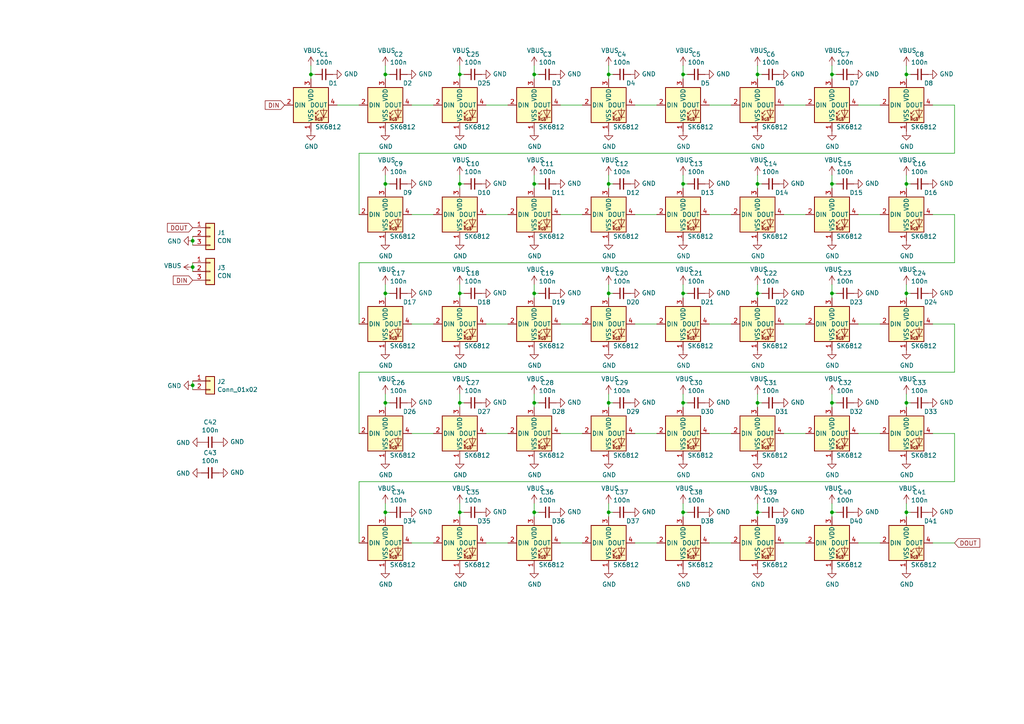
<source format=kicad_sch>
(kicad_sch (version 20211123) (generator eeschema)
  (paper "A4")
  (title_block (title "LÄMP Wall USB") (date "2023-03-02") (rev "v1.0.0") (company "Jana Marie Hemsing"))
  (junction (at 111.76 148.59))
  (junction (at 133.35 21.59))
  (junction (at 241.3 148.59))
  (junction (at 111.76 21.59))
  (junction (at 262.89 85.09))
  (junction (at 241.3 21.59))
  (junction (at 133.35 148.59))
  (junction (at 133.35 85.09))
  (junction (at 111.76 85.09))
  (junction (at 219.71 85.09))
  (junction (at 198.12 85.09))
  (junction (at 219.71 148.59))
  (junction (at 262.89 21.59))
  (junction (at 241.3 53.34))
  (junction (at 111.76 116.84))
  (junction (at 241.3 85.09))
  (junction (at 90.17 21.59))
  (junction (at 262.89 148.59))
  (junction (at 219.71 116.84))
  (junction (at 198.12 148.59))
  (junction (at 111.76 53.34))
  (junction (at 219.71 21.59))
  (junction (at 198.12 21.59))
  (junction (at 55.88 77.47))
  (junction (at 176.53 21.59))
  (junction (at 154.94 21.59))
  (junction (at 176.53 148.59))
  (junction (at 241.3 116.84))
  (junction (at 154.94 148.59))
  (junction (at 198.12 53.34))
  (junction (at 176.53 85.09))
  (junction (at 55.88 69.85))
  (junction (at 262.89 116.84))
  (junction (at 133.35 116.84))
  (junction (at 219.71 53.34))
  (junction (at 154.94 53.34))
  (junction (at 133.35 53.34))
  (junction (at 55.88 111.76))
  (junction (at 154.94 85.09))
  (junction (at 154.94 116.84))
  (junction (at 198.12 116.84))
  (junction (at 176.53 53.34))
  (junction (at 176.53 116.84))
  (junction (at 262.89 53.34))
  (wire (pts (xy 97.79 30.48) (xy 104.14 30.48)))
  (wire (pts (xy 276.86 44.45) (xy 104.14 44.45)))
  (wire (pts (xy 134.62 85.09) (xy 133.35 85.09)))
  (wire (pts (xy 156.21 148.59) (xy 154.94 148.59)))
  (wire (pts (xy 154.94 50.8) (xy 154.94 53.34)))
  (wire (pts (xy 111.76 21.59) (xy 111.76 22.86)))
  (wire (pts (xy 276.86 76.2) (xy 104.14 76.2)))
  (wire (pts (xy 133.35 146.05) (xy 133.35 148.59)))
  (wire (pts (xy 242.57 53.34) (xy 241.3 53.34)))
  (wire (pts (xy 242.57 148.59) (xy 241.3 148.59)))
  (wire (pts (xy 154.94 21.59) (xy 154.94 22.86)))
  (wire (pts (xy 133.35 21.59) (xy 133.35 22.86)))
  (wire (pts (xy 119.38 157.48) (xy 125.73 157.48)))
  (wire (pts (xy 199.39 85.09) (xy 198.12 85.09)))
  (wire (pts (xy 176.53 85.09) (xy 176.53 86.36)))
  (wire (pts (xy 276.86 93.98) (xy 276.86 107.95)))
  (wire (pts (xy 184.15 157.48) (xy 190.5 157.48)))
  (wire (pts (xy 111.76 19.05) (xy 111.76 21.59)))
  (wire (pts (xy 90.17 19.05) (xy 90.17 21.59)))
  (wire (pts (xy 104.14 76.2) (xy 104.14 93.98)))
  (wire (pts (xy 270.51 157.48) (xy 276.86 157.48)))
  (wire (pts (xy 219.71 114.3) (xy 219.71 116.84)))
  (wire (pts (xy 177.8 148.59) (xy 176.53 148.59)))
  (wire (pts (xy 276.86 125.73) (xy 276.86 139.7)))
  (wire (pts (xy 184.15 30.48) (xy 190.5 30.48)))
  (wire (pts (xy 162.56 93.98) (xy 168.91 93.98)))
  (wire (pts (xy 248.92 30.48) (xy 255.27 30.48)))
  (wire (pts (xy 262.89 148.59) (xy 262.89 149.86)))
  (wire (pts (xy 156.21 53.34) (xy 154.94 53.34)))
  (wire (pts (xy 198.12 53.34) (xy 198.12 54.61)))
  (wire (pts (xy 241.3 53.34) (xy 241.3 54.61)))
  (wire (pts (xy 55.88 77.47) (xy 55.88 78.74)))
  (wire (pts (xy 220.98 21.59) (xy 219.71 21.59)))
  (wire (pts (xy 264.16 85.09) (xy 262.89 85.09)))
  (wire (pts (xy 264.16 116.84) (xy 262.89 116.84)))
  (wire (pts (xy 154.94 19.05) (xy 154.94 21.59)))
  (wire (pts (xy 156.21 116.84) (xy 154.94 116.84)))
  (wire (pts (xy 198.12 146.05) (xy 198.12 148.59)))
  (wire (pts (xy 55.88 76.2) (xy 55.88 77.47)))
  (wire (pts (xy 198.12 50.8) (xy 198.12 53.34)))
  (wire (pts (xy 119.38 30.48) (xy 125.73 30.48)))
  (wire (pts (xy 176.53 53.34) (xy 176.53 54.61)))
  (wire (pts (xy 154.94 146.05) (xy 154.94 148.59)))
  (wire (pts (xy 177.8 116.84) (xy 176.53 116.84)))
  (wire (pts (xy 264.16 21.59) (xy 262.89 21.59)))
  (wire (pts (xy 177.8 53.34) (xy 176.53 53.34)))
  (wire (pts (xy 219.71 19.05) (xy 219.71 21.59)))
  (wire (pts (xy 241.3 82.55) (xy 241.3 85.09)))
  (wire (pts (xy 176.53 19.05) (xy 176.53 21.59)))
  (wire (pts (xy 276.86 139.7) (xy 104.14 139.7)))
  (wire (pts (xy 91.44 21.59) (xy 90.17 21.59)))
  (wire (pts (xy 140.97 93.98) (xy 147.32 93.98)))
  (wire (pts (xy 113.03 21.59) (xy 111.76 21.59)))
  (wire (pts (xy 162.56 157.48) (xy 168.91 157.48)))
  (wire (pts (xy 220.98 53.34) (xy 219.71 53.34)))
  (wire (pts (xy 134.62 116.84) (xy 133.35 116.84)))
  (wire (pts (xy 140.97 125.73) (xy 147.32 125.73)))
  (wire (pts (xy 55.88 68.58) (xy 55.88 69.85)))
  (wire (pts (xy 227.33 93.98) (xy 233.68 93.98)))
  (wire (pts (xy 104.14 44.45) (xy 104.14 62.23)))
  (wire (pts (xy 205.74 93.98) (xy 212.09 93.98)))
  (wire (pts (xy 276.86 107.95) (xy 104.14 107.95)))
  (wire (pts (xy 134.62 148.59) (xy 133.35 148.59)))
  (wire (pts (xy 198.12 21.59) (xy 198.12 22.86)))
  (wire (pts (xy 248.92 62.23) (xy 255.27 62.23)))
  (wire (pts (xy 176.53 114.3) (xy 176.53 116.84)))
  (wire (pts (xy 162.56 125.73) (xy 168.91 125.73)))
  (wire (pts (xy 241.3 19.05) (xy 241.3 21.59)))
  (wire (pts (xy 227.33 30.48) (xy 233.68 30.48)))
  (wire (pts (xy 133.35 53.34) (xy 133.35 54.61)))
  (wire (pts (xy 162.56 62.23) (xy 168.91 62.23)))
  (wire (pts (xy 154.94 85.09) (xy 154.94 86.36)))
  (wire (pts (xy 270.51 62.23) (xy 276.86 62.23)))
  (wire (pts (xy 154.94 53.34) (xy 154.94 54.61)))
  (wire (pts (xy 264.16 53.34) (xy 262.89 53.34)))
  (wire (pts (xy 219.71 146.05) (xy 219.71 148.59)))
  (wire (pts (xy 140.97 62.23) (xy 147.32 62.23)))
  (wire (pts (xy 154.94 114.3) (xy 154.94 116.84)))
  (wire (pts (xy 133.35 82.55) (xy 133.35 85.09)))
  (wire (pts (xy 111.76 50.8) (xy 111.76 53.34)))
  (wire (pts (xy 262.89 116.84) (xy 262.89 118.11)))
  (wire (pts (xy 199.39 148.59) (xy 198.12 148.59)))
  (wire (pts (xy 227.33 157.48) (xy 233.68 157.48)))
  (wire (pts (xy 227.33 125.73) (xy 233.68 125.73)))
  (wire (pts (xy 276.86 44.45) (xy 276.86 30.48)))
  (wire (pts (xy 198.12 82.55) (xy 198.12 85.09)))
  (wire (pts (xy 184.15 125.73) (xy 190.5 125.73)))
  (wire (pts (xy 198.12 116.84) (xy 198.12 118.11)))
  (wire (pts (xy 241.3 116.84) (xy 241.3 118.11)))
  (wire (pts (xy 262.89 21.59) (xy 262.89 22.86)))
  (wire (pts (xy 176.53 50.8) (xy 176.53 53.34)))
  (wire (pts (xy 184.15 62.23) (xy 190.5 62.23)))
  (wire (pts (xy 219.71 50.8) (xy 219.71 53.34)))
  (wire (pts (xy 119.38 125.73) (xy 125.73 125.73)))
  (wire (pts (xy 133.35 114.3) (xy 133.35 116.84)))
  (wire (pts (xy 119.38 93.98) (xy 125.73 93.98)))
  (wire (pts (xy 219.71 53.34) (xy 219.71 54.61)))
  (wire (pts (xy 241.3 114.3) (xy 241.3 116.84)))
  (wire (pts (xy 176.53 82.55) (xy 176.53 85.09)))
  (wire (pts (xy 199.39 53.34) (xy 198.12 53.34)))
  (wire (pts (xy 111.76 116.84) (xy 111.76 118.11)))
  (wire (pts (xy 262.89 146.05) (xy 262.89 148.59)))
  (wire (pts (xy 55.88 69.85) (xy 55.88 71.12)))
  (wire (pts (xy 270.51 93.98) (xy 276.86 93.98)))
  (wire (pts (xy 241.3 146.05) (xy 241.3 148.59)))
  (wire (pts (xy 111.76 148.59) (xy 111.76 149.86)))
  (wire (pts (xy 90.17 21.59) (xy 90.17 22.86)))
  (wire (pts (xy 184.15 93.98) (xy 190.5 93.98)))
  (wire (pts (xy 162.56 30.48) (xy 168.91 30.48)))
  (wire (pts (xy 270.51 125.73) (xy 276.86 125.73)))
  (wire (pts (xy 176.53 148.59) (xy 176.53 149.86)))
  (wire (pts (xy 119.38 62.23) (xy 125.73 62.23)))
  (wire (pts (xy 262.89 114.3) (xy 262.89 116.84)))
  (wire (pts (xy 134.62 21.59) (xy 133.35 21.59)))
  (wire (pts (xy 104.14 139.7) (xy 104.14 157.48)))
  (wire (pts (xy 276.86 62.23) (xy 276.86 76.2)))
  (wire (pts (xy 140.97 157.48) (xy 147.32 157.48)))
  (wire (pts (xy 55.88 110.49) (xy 55.88 111.76)))
  (wire (pts (xy 220.98 85.09) (xy 219.71 85.09)))
  (wire (pts (xy 111.76 85.09) (xy 111.76 86.36)))
  (wire (pts (xy 262.89 85.09) (xy 262.89 86.36)))
  (wire (pts (xy 176.53 116.84) (xy 176.53 118.11)))
  (wire (pts (xy 205.74 62.23) (xy 212.09 62.23)))
  (wire (pts (xy 241.3 85.09) (xy 241.3 86.36)))
  (wire (pts (xy 113.03 85.09) (xy 111.76 85.09)))
  (wire (pts (xy 241.3 50.8) (xy 241.3 53.34)))
  (wire (pts (xy 111.76 53.34) (xy 111.76 54.61)))
  (wire (pts (xy 262.89 19.05) (xy 262.89 21.59)))
  (wire (pts (xy 205.74 157.48) (xy 212.09 157.48)))
  (wire (pts (xy 140.97 30.48) (xy 147.32 30.48)))
  (wire (pts (xy 248.92 125.73) (xy 255.27 125.73)))
  (wire (pts (xy 113.03 116.84) (xy 111.76 116.84)))
  (wire (pts (xy 242.57 85.09) (xy 241.3 85.09)))
  (wire (pts (xy 264.16 148.59) (xy 262.89 148.59)))
  (wire (pts (xy 241.3 148.59) (xy 241.3 149.86)))
  (wire (pts (xy 227.33 62.23) (xy 233.68 62.23)))
  (wire (pts (xy 242.57 21.59) (xy 241.3 21.59)))
  (wire (pts (xy 220.98 116.84) (xy 219.71 116.84)))
  (wire (pts (xy 177.8 85.09) (xy 176.53 85.09)))
  (wire (pts (xy 219.71 85.09) (xy 219.71 86.36)))
  (wire (pts (xy 262.89 82.55) (xy 262.89 85.09)))
  (wire (pts (xy 111.76 146.05) (xy 111.76 148.59)))
  (wire (pts (xy 199.39 116.84) (xy 198.12 116.84)))
  (wire (pts (xy 111.76 82.55) (xy 111.76 85.09)))
  (wire (pts (xy 270.51 30.48) (xy 276.86 30.48)))
  (wire (pts (xy 219.71 82.55) (xy 219.71 85.09)))
  (wire (pts (xy 198.12 85.09) (xy 198.12 86.36)))
  (wire (pts (xy 133.35 148.59) (xy 133.35 149.86)))
  (wire (pts (xy 133.35 85.09) (xy 133.35 86.36)))
  (wire (pts (xy 219.71 148.59) (xy 219.71 149.86)))
  (wire (pts (xy 133.35 19.05) (xy 133.35 21.59)))
  (wire (pts (xy 156.21 21.59) (xy 154.94 21.59)))
  (wire (pts (xy 205.74 125.73) (xy 212.09 125.73)))
  (wire (pts (xy 113.03 53.34) (xy 111.76 53.34)))
  (wire (pts (xy 198.12 148.59) (xy 198.12 149.86)))
  (wire (pts (xy 176.53 21.59) (xy 176.53 22.86)))
  (wire (pts (xy 220.98 148.59) (xy 219.71 148.59)))
  (wire (pts (xy 262.89 53.34) (xy 262.89 54.61)))
  (wire (pts (xy 262.89 50.8) (xy 262.89 53.34)))
  (wire (pts (xy 156.21 85.09) (xy 154.94 85.09)))
  (wire (pts (xy 133.35 50.8) (xy 133.35 53.34)))
  (wire (pts (xy 154.94 148.59) (xy 154.94 149.86)))
  (wire (pts (xy 176.53 146.05) (xy 176.53 148.59)))
  (wire (pts (xy 177.8 21.59) (xy 176.53 21.59)))
  (wire (pts (xy 219.71 21.59) (xy 219.71 22.86)))
  (wire (pts (xy 248.92 157.48) (xy 255.27 157.48)))
  (wire (pts (xy 104.14 107.95) (xy 104.14 125.73)))
  (wire (pts (xy 199.39 21.59) (xy 198.12 21.59)))
  (wire (pts (xy 133.35 116.84) (xy 133.35 118.11)))
  (wire (pts (xy 248.92 93.98) (xy 255.27 93.98)))
  (wire (pts (xy 113.03 148.59) (xy 111.76 148.59)))
  (wire (pts (xy 241.3 21.59) (xy 241.3 22.86)))
  (wire (pts (xy 198.12 114.3) (xy 198.12 116.84)))
  (wire (pts (xy 134.62 53.34) (xy 133.35 53.34)))
  (wire (pts (xy 242.57 116.84) (xy 241.3 116.84)))
  (wire (pts (xy 55.88 111.76) (xy 55.88 113.03)))
  (wire (pts (xy 198.12 19.05) (xy 198.12 21.59)))
  (wire (pts (xy 219.71 116.84) (xy 219.71 118.11)))
  (wire (pts (xy 111.76 114.3) (xy 111.76 116.84)))
  (wire (pts (xy 154.94 82.55) (xy 154.94 85.09)))
  (wire (pts (xy 154.94 116.84) (xy 154.94 118.11)))
  (wire (pts (xy 205.74 30.48) (xy 212.09 30.48)))
  (global_label "DOUT" (shape input) (at 276.86 157.48 0) (property "Intersheet References" "${INTERSHEET_REFS}" (effects hide)))
  (global_label "DIN" (shape input) (at 55.88 81.28 180) (property "Intersheet References" "${INTERSHEET_REFS}" (effects hide)))
  (global_label "DIN" (shape input) (at 82.55 30.48 180) (property "Intersheet References" "${INTERSHEET_REFS}" (effects hide)))
  (global_label "DOUT" (shape input) (at 55.88 66.04 180) (property "Intersheet References" "${INTERSHEET_REFS}" (effects hide)))
  (symbol (lib_id "LED:SK6812") (at 90.17 30.48 0) (unit 1)
    (property "Reference" "D1" (at 95.25 24.13 0) (effects (justify left)))
    (property "Value" "SK6812" (at 91.44 36.83 0) (effects (justify left)))
    (property "Footprint" "LED_SMD:LED_SK6812_PLCC4_5.0x5.0mm_P3.2mm" (effects hide))
    (property "Datasheet" "https://cdn-shop.adafruit.com/product-files/1138/SK6812+LED+datasheet+.pdf" (effects hide))
  )
  (symbol (lib_id "Device:C_Small") (at 93.98 21.59 90) (unit 1)
    (property "Reference" "C1" (at 93.98 15.7734 90))
    (property "Value" "100n" (at 93.98 18.0848 90))
    (property "Footprint" "otter:C_0402" (effects hide))
  )
  (symbol (lib_id "power:VBUS") (at 90.17 19.05 0) (unit 1)
    (property "Reference" "#PWR01" (effects hide))
    (property "Value" "VBUS" (at 90.551 14.6558 0))
  )
  (symbol (lib_id "otter:GND") (at 96.52 21.59 90) (unit 1)
    (property "Reference" "#PWR09" (effects hide))
    (property "Value" "GND" (at 99.7712 21.463 90) (effects (justify right)))
  )
  (symbol (lib_id "otter:GND") (at 90.17 38.1 0) (unit 1)
    (property "Reference" "#PWR017" (effects hide))
    (property "Value" "GND" (at 90.297 42.4942 0))
  )
  (symbol (lib_id "LED:SK6812") (at 111.76 30.48 0) (unit 1)
    (property "Reference" "D2" (at 116.84 24.13 0) (effects (justify left)))
    (property "Value" "SK6812" (at 113.03 36.83 0) (effects (justify left)))
    (property "Footprint" "LED_SMD:LED_SK6812_PLCC4_5.0x5.0mm_P3.2mm" (effects hide))
    (property "Datasheet" "https://cdn-shop.adafruit.com/product-files/1138/SK6812+LED+datasheet+.pdf" (effects hide))
  )
  (symbol (lib_id "Device:C_Small") (at 115.57 21.59 90) (unit 1)
    (property "Reference" "C2" (at 115.57 15.7734 90))
    (property "Value" "100n" (at 115.57 18.0848 90))
    (property "Footprint" "otter:C_0402" (effects hide))
  )
  (symbol (lib_id "power:VBUS") (at 111.76 19.05 0) (unit 1)
    (property "Reference" "#PWR02" (effects hide))
    (property "Value" "VBUS" (at 112.141 14.6558 0))
  )
  (symbol (lib_id "otter:GND") (at 118.11 21.59 90) (unit 1)
    (property "Reference" "#PWR010" (effects hide))
    (property "Value" "GND" (at 121.3612 21.463 90) (effects (justify right)))
  )
  (symbol (lib_id "otter:GND") (at 111.76 38.1 0) (unit 1)
    (property "Reference" "#PWR018" (effects hide))
    (property "Value" "GND" (at 111.887 42.4942 0))
  )
  (symbol (lib_id "LED:SK6812") (at 154.94 30.48 0) (unit 1)
    (property "Reference" "D3" (at 160.02 24.13 0) (effects (justify left)))
    (property "Value" "SK6812" (at 156.21 36.83 0) (effects (justify left)))
    (property "Footprint" "LED_SMD:LED_SK6812_PLCC4_5.0x5.0mm_P3.2mm" (effects hide))
    (property "Datasheet" "https://cdn-shop.adafruit.com/product-files/1138/SK6812+LED+datasheet+.pdf" (effects hide))
  )
  (symbol (lib_id "Device:C_Small") (at 158.75 21.59 90) (unit 1)
    (property "Reference" "C3" (at 158.75 15.7734 90))
    (property "Value" "100n" (at 158.75 18.0848 90))
    (property "Footprint" "otter:C_0402" (effects hide))
  )
  (symbol (lib_id "power:VBUS") (at 154.94 19.05 0) (unit 1)
    (property "Reference" "#PWR03" (effects hide))
    (property "Value" "VBUS" (at 155.321 14.6558 0))
  )
  (symbol (lib_id "otter:GND") (at 161.29 21.59 90) (unit 1)
    (property "Reference" "#PWR011" (effects hide))
    (property "Value" "GND" (at 164.5412 21.463 90) (effects (justify right)))
  )
  (symbol (lib_id "otter:GND") (at 154.94 38.1 0) (unit 1)
    (property "Reference" "#PWR019" (effects hide))
    (property "Value" "GND" (at 155.067 42.4942 0))
  )
  (symbol (lib_id "LED:SK6812") (at 176.53 30.48 0) (unit 1)
    (property "Reference" "D4" (at 181.61 24.13 0) (effects (justify left)))
    (property "Value" "SK6812" (at 177.8 36.83 0) (effects (justify left)))
    (property "Footprint" "LED_SMD:LED_SK6812_PLCC4_5.0x5.0mm_P3.2mm" (effects hide))
    (property "Datasheet" "https://cdn-shop.adafruit.com/product-files/1138/SK6812+LED+datasheet+.pdf" (effects hide))
  )
  (symbol (lib_id "Device:C_Small") (at 180.34 21.59 90) (unit 1)
    (property "Reference" "C4" (at 180.34 15.7734 90))
    (property "Value" "100n" (at 180.34 18.0848 90))
    (property "Footprint" "otter:C_0402" (effects hide))
  )
  (symbol (lib_id "power:VBUS") (at 176.53 19.05 0) (unit 1)
    (property "Reference" "#PWR04" (effects hide))
    (property "Value" "VBUS" (at 176.911 14.6558 0))
  )
  (symbol (lib_id "otter:GND") (at 182.88 21.59 90) (unit 1)
    (property "Reference" "#PWR012" (effects hide))
    (property "Value" "GND" (at 186.1312 21.463 90) (effects (justify right)))
  )
  (symbol (lib_id "otter:GND") (at 176.53 38.1 0) (unit 1)
    (property "Reference" "#PWR020" (effects hide))
    (property "Value" "GND" (at 176.657 42.4942 0))
  )
  (symbol (lib_id "LED:SK6812") (at 198.12 30.48 0) (unit 1)
    (property "Reference" "D5" (at 203.2 24.13 0) (effects (justify left)))
    (property "Value" "SK6812" (at 199.39 36.83 0) (effects (justify left)))
    (property "Footprint" "LED_SMD:LED_SK6812_PLCC4_5.0x5.0mm_P3.2mm" (effects hide))
    (property "Datasheet" "https://cdn-shop.adafruit.com/product-files/1138/SK6812+LED+datasheet+.pdf" (effects hide))
  )
  (symbol (lib_id "Device:C_Small") (at 201.93 21.59 90) (unit 1)
    (property "Reference" "C5" (at 201.93 15.7734 90))
    (property "Value" "100n" (at 201.93 18.0848 90))
    (property "Footprint" "otter:C_0402" (effects hide))
  )
  (symbol (lib_id "power:VBUS") (at 198.12 19.05 0) (unit 1)
    (property "Reference" "#PWR05" (effects hide))
    (property "Value" "VBUS" (at 198.501 14.6558 0))
  )
  (symbol (lib_id "otter:GND") (at 204.47 21.59 90) (unit 1)
    (property "Reference" "#PWR013" (effects hide))
    (property "Value" "GND" (at 207.7212 21.463 90) (effects (justify right)))
  )
  (symbol (lib_id "otter:GND") (at 198.12 38.1 0) (unit 1)
    (property "Reference" "#PWR021" (effects hide))
    (property "Value" "GND" (at 198.247 42.4942 0))
  )
  (symbol (lib_id "LED:SK6812") (at 219.71 30.48 0) (unit 1)
    (property "Reference" "D6" (at 224.79 24.13 0) (effects (justify left)))
    (property "Value" "SK6812" (at 220.98 36.83 0) (effects (justify left)))
    (property "Footprint" "LED_SMD:LED_SK6812_PLCC4_5.0x5.0mm_P3.2mm" (effects hide))
    (property "Datasheet" "https://cdn-shop.adafruit.com/product-files/1138/SK6812+LED+datasheet+.pdf" (effects hide))
  )
  (symbol (lib_id "Device:C_Small") (at 223.52 21.59 90) (unit 1)
    (property "Reference" "C6" (at 223.52 15.7734 90))
    (property "Value" "100n" (at 223.52 18.0848 90))
    (property "Footprint" "otter:C_0402" (effects hide))
  )
  (symbol (lib_id "power:VBUS") (at 219.71 19.05 0) (unit 1)
    (property "Reference" "#PWR06" (effects hide))
    (property "Value" "VBUS" (at 220.091 14.6558 0))
  )
  (symbol (lib_id "otter:GND") (at 226.06 21.59 90) (unit 1)
    (property "Reference" "#PWR014" (effects hide))
    (property "Value" "GND" (at 229.3112 21.463 90) (effects (justify right)))
  )
  (symbol (lib_id "otter:GND") (at 219.71 38.1 0) (unit 1)
    (property "Reference" "#PWR022" (effects hide))
    (property "Value" "GND" (at 219.837 42.4942 0))
  )
  (symbol (lib_id "LED:SK6812") (at 241.3 30.48 0) (unit 1)
    (property "Reference" "D7" (at 246.38 24.13 0) (effects (justify left)))
    (property "Value" "SK6812" (at 242.57 36.83 0) (effects (justify left)))
    (property "Footprint" "LED_SMD:LED_SK6812_PLCC4_5.0x5.0mm_P3.2mm" (effects hide))
    (property "Datasheet" "https://cdn-shop.adafruit.com/product-files/1138/SK6812+LED+datasheet+.pdf" (effects hide))
  )
  (symbol (lib_id "Device:C_Small") (at 245.11 21.59 90) (unit 1)
    (property "Reference" "C7" (at 245.11 15.7734 90))
    (property "Value" "100n" (at 245.11 18.0848 90))
    (property "Footprint" "otter:C_0402" (effects hide))
  )
  (symbol (lib_id "power:VBUS") (at 241.3 19.05 0) (unit 1)
    (property "Reference" "#PWR07" (effects hide))
    (property "Value" "VBUS" (at 241.681 14.6558 0))
  )
  (symbol (lib_id "otter:GND") (at 247.65 21.59 90) (unit 1)
    (property "Reference" "#PWR015" (effects hide))
    (property "Value" "GND" (at 250.9012 21.463 90) (effects (justify right)))
  )
  (symbol (lib_id "otter:GND") (at 241.3 38.1 0) (unit 1)
    (property "Reference" "#PWR023" (effects hide))
    (property "Value" "GND" (at 241.427 42.4942 0))
  )
  (symbol (lib_id "LED:SK6812") (at 262.89 30.48 0) (unit 1)
    (property "Reference" "D8" (at 267.97 24.13 0) (effects (justify left)))
    (property "Value" "SK6812" (at 264.16 36.83 0) (effects (justify left)))
    (property "Footprint" "LED_SMD:LED_SK6812_PLCC4_5.0x5.0mm_P3.2mm" (effects hide))
    (property "Datasheet" "https://cdn-shop.adafruit.com/product-files/1138/SK6812+LED+datasheet+.pdf" (effects hide))
  )
  (symbol (lib_id "Device:C_Small") (at 266.7 21.59 90) (unit 1)
    (property "Reference" "C8" (at 266.7 15.7734 90))
    (property "Value" "100n" (at 266.7 18.0848 90))
    (property "Footprint" "otter:C_0402" (effects hide))
  )
  (symbol (lib_id "power:VBUS") (at 262.89 19.05 0) (unit 1)
    (property "Reference" "#PWR08" (effects hide))
    (property "Value" "VBUS" (at 263.271 14.6558 0))
  )
  (symbol (lib_id "otter:GND") (at 269.24 21.59 90) (unit 1)
    (property "Reference" "#PWR016" (effects hide))
    (property "Value" "GND" (at 272.4912 21.463 90) (effects (justify right)))
  )
  (symbol (lib_id "otter:GND") (at 262.89 38.1 0) (unit 1)
    (property "Reference" "#PWR024" (effects hide))
    (property "Value" "GND" (at 263.017 42.4942 0))
  )
  (symbol (lib_id "Connector_Generic:Conn_01x03") (at 60.96 78.74 0) (unit 1)
    (property "Reference" "J3" (at 62.992 77.6732 0) (effects (justify left)))
    (property "Value" "CON" (at 62.992 79.9846 0) (effects (justify left)))
    (property "Footprint" "otter:conn_01x03_smd_2mm" (effects hide))
  )
  (symbol (lib_id "Connector_Generic:Conn_01x03") (at 60.96 68.58 0) (unit 1)
    (property "Reference" "J1" (at 62.992 67.5132 0) (effects (justify left)))
    (property "Value" "CON" (at 62.992 69.8246 0) (effects (justify left)))
    (property "Footprint" "otter:conn_01x03_smd_2mm" (effects hide))
  )
  (symbol (lib_id "LED:SK6812") (at 111.76 62.23 0) (unit 1)
    (property "Reference" "D9" (at 116.84 55.88 0) (effects (justify left)))
    (property "Value" "SK6812" (at 113.03 68.58 0) (effects (justify left)))
    (property "Footprint" "LED_SMD:LED_SK6812_PLCC4_5.0x5.0mm_P3.2mm" (effects hide))
    (property "Datasheet" "https://cdn-shop.adafruit.com/product-files/1138/SK6812+LED+datasheet+.pdf" (effects hide))
  )
  (symbol (lib_id "Device:C_Small") (at 115.57 53.34 90) (unit 1)
    (property "Reference" "C9" (at 115.57 47.5234 90))
    (property "Value" "100n" (at 115.57 49.8348 90))
    (property "Footprint" "otter:C_0402" (effects hide))
  )
  (symbol (lib_id "power:VBUS") (at 111.76 50.8 0) (unit 1)
    (property "Reference" "#PWR025" (effects hide))
    (property "Value" "VBUS" (at 112.141 46.4058 0))
  )
  (symbol (lib_id "otter:GND") (at 118.11 53.34 90) (unit 1)
    (property "Reference" "#PWR033" (effects hide))
    (property "Value" "GND" (at 121.3612 53.213 90) (effects (justify right)))
  )
  (symbol (lib_id "otter:GND") (at 111.76 69.85 0) (unit 1)
    (property "Reference" "#PWR041" (effects hide))
    (property "Value" "GND" (at 111.887 74.2442 0))
  )
  (symbol (lib_id "LED:SK6812") (at 133.35 62.23 0) (unit 1)
    (property "Reference" "D10" (at 138.43 55.88 0) (effects (justify left)))
    (property "Value" "SK6812" (at 134.62 68.58 0) (effects (justify left)))
    (property "Footprint" "LED_SMD:LED_SK6812_PLCC4_5.0x5.0mm_P3.2mm" (effects hide))
    (property "Datasheet" "https://cdn-shop.adafruit.com/product-files/1138/SK6812+LED+datasheet+.pdf" (effects hide))
  )
  (symbol (lib_id "Device:C_Small") (at 137.16 53.34 90) (unit 1)
    (property "Reference" "C10" (at 137.16 47.5234 90))
    (property "Value" "100n" (at 137.16 49.8348 90))
    (property "Footprint" "otter:C_0402" (effects hide))
  )
  (symbol (lib_id "power:VBUS") (at 133.35 50.8 0) (unit 1)
    (property "Reference" "#PWR026" (effects hide))
    (property "Value" "VBUS" (at 133.731 46.4058 0))
  )
  (symbol (lib_id "otter:GND") (at 139.7 53.34 90) (unit 1)
    (property "Reference" "#PWR034" (effects hide))
    (property "Value" "GND" (at 142.9512 53.213 90) (effects (justify right)))
  )
  (symbol (lib_id "otter:GND") (at 133.35 69.85 0) (unit 1)
    (property "Reference" "#PWR042" (effects hide))
    (property "Value" "GND" (at 133.477 74.2442 0))
  )
  (symbol (lib_id "LED:SK6812") (at 154.94 62.23 0) (unit 1)
    (property "Reference" "D11" (at 160.02 55.88 0) (effects (justify left)))
    (property "Value" "SK6812" (at 156.21 68.58 0) (effects (justify left)))
    (property "Footprint" "LED_SMD:LED_SK6812_PLCC4_5.0x5.0mm_P3.2mm" (effects hide))
    (property "Datasheet" "https://cdn-shop.adafruit.com/product-files/1138/SK6812+LED+datasheet+.pdf" (effects hide))
  )
  (symbol (lib_id "Device:C_Small") (at 158.75 53.34 90) (unit 1)
    (property "Reference" "C11" (at 158.75 47.5234 90))
    (property "Value" "100n" (at 158.75 49.8348 90))
    (property "Footprint" "otter:C_0402" (effects hide))
  )
  (symbol (lib_id "power:VBUS") (at 154.94 50.8 0) (unit 1)
    (property "Reference" "#PWR027" (effects hide))
    (property "Value" "VBUS" (at 155.321 46.4058 0))
  )
  (symbol (lib_id "otter:GND") (at 161.29 53.34 90) (unit 1)
    (property "Reference" "#PWR035" (effects hide))
    (property "Value" "GND" (at 164.5412 53.213 90) (effects (justify right)))
  )
  (symbol (lib_id "otter:GND") (at 154.94 69.85 0) (unit 1)
    (property "Reference" "#PWR043" (effects hide))
    (property "Value" "GND" (at 155.067 74.2442 0))
  )
  (symbol (lib_id "LED:SK6812") (at 176.53 62.23 0) (unit 1)
    (property "Reference" "D12" (at 181.61 55.88 0) (effects (justify left)))
    (property "Value" "SK6812" (at 177.8 68.58 0) (effects (justify left)))
    (property "Footprint" "LED_SMD:LED_SK6812_PLCC4_5.0x5.0mm_P3.2mm" (effects hide))
    (property "Datasheet" "https://cdn-shop.adafruit.com/product-files/1138/SK6812+LED+datasheet+.pdf" (effects hide))
  )
  (symbol (lib_id "Device:C_Small") (at 180.34 53.34 90) (unit 1)
    (property "Reference" "C12" (at 180.34 47.5234 90))
    (property "Value" "100n" (at 180.34 49.8348 90))
    (property "Footprint" "otter:C_0402" (effects hide))
  )
  (symbol (lib_id "power:VBUS") (at 176.53 50.8 0) (unit 1)
    (property "Reference" "#PWR028" (effects hide))
    (property "Value" "VBUS" (at 176.911 46.4058 0))
  )
  (symbol (lib_id "otter:GND") (at 182.88 53.34 90) (unit 1)
    (property "Reference" "#PWR036" (effects hide))
    (property "Value" "GND" (at 186.1312 53.213 90) (effects (justify right)))
  )
  (symbol (lib_id "otter:GND") (at 176.53 69.85 0) (unit 1)
    (property "Reference" "#PWR044" (effects hide))
    (property "Value" "GND" (at 176.657 74.2442 0))
  )
  (symbol (lib_id "LED:SK6812") (at 198.12 62.23 0) (unit 1)
    (property "Reference" "D13" (at 203.2 55.88 0) (effects (justify left)))
    (property "Value" "SK6812" (at 199.39 68.58 0) (effects (justify left)))
    (property "Footprint" "LED_SMD:LED_SK6812_PLCC4_5.0x5.0mm_P3.2mm" (effects hide))
    (property "Datasheet" "https://cdn-shop.adafruit.com/product-files/1138/SK6812+LED+datasheet+.pdf" (effects hide))
  )
  (symbol (lib_id "Device:C_Small") (at 201.93 53.34 90) (unit 1)
    (property "Reference" "C13" (at 201.93 47.5234 90))
    (property "Value" "100n" (at 201.93 49.8348 90))
    (property "Footprint" "otter:C_0402" (effects hide))
  )
  (symbol (lib_id "power:VBUS") (at 198.12 50.8 0) (unit 1)
    (property "Reference" "#PWR029" (effects hide))
    (property "Value" "VBUS" (at 198.501 46.4058 0))
  )
  (symbol (lib_id "otter:GND") (at 204.47 53.34 90) (unit 1)
    (property "Reference" "#PWR037" (effects hide))
    (property "Value" "GND" (at 207.7212 53.213 90) (effects (justify right)))
  )
  (symbol (lib_id "otter:GND") (at 198.12 69.85 0) (unit 1)
    (property "Reference" "#PWR045" (effects hide))
    (property "Value" "GND" (at 198.247 74.2442 0))
  )
  (symbol (lib_id "LED:SK6812") (at 219.71 62.23 0) (unit 1)
    (property "Reference" "D14" (at 224.79 55.88 0) (effects (justify left)))
    (property "Value" "SK6812" (at 220.98 68.58 0) (effects (justify left)))
    (property "Footprint" "LED_SMD:LED_SK6812_PLCC4_5.0x5.0mm_P3.2mm" (effects hide))
    (property "Datasheet" "https://cdn-shop.adafruit.com/product-files/1138/SK6812+LED+datasheet+.pdf" (effects hide))
  )
  (symbol (lib_id "Device:C_Small") (at 223.52 53.34 90) (unit 1)
    (property "Reference" "C14" (at 223.52 47.5234 90))
    (property "Value" "100n" (at 223.52 49.8348 90))
    (property "Footprint" "otter:C_0402" (effects hide))
  )
  (symbol (lib_id "power:VBUS") (at 219.71 50.8 0) (unit 1)
    (property "Reference" "#PWR030" (effects hide))
    (property "Value" "VBUS" (at 220.091 46.4058 0))
  )
  (symbol (lib_id "otter:GND") (at 226.06 53.34 90) (unit 1)
    (property "Reference" "#PWR038" (effects hide))
    (property "Value" "GND" (at 229.3112 53.213 90) (effects (justify right)))
  )
  (symbol (lib_id "otter:GND") (at 219.71 69.85 0) (unit 1)
    (property "Reference" "#PWR046" (effects hide))
    (property "Value" "GND" (at 219.837 74.2442 0))
  )
  (symbol (lib_id "LED:SK6812") (at 241.3 62.23 0) (unit 1)
    (property "Reference" "D15" (at 246.38 55.88 0) (effects (justify left)))
    (property "Value" "SK6812" (at 242.57 68.58 0) (effects (justify left)))
    (property "Footprint" "LED_SMD:LED_SK6812_PLCC4_5.0x5.0mm_P3.2mm" (effects hide))
    (property "Datasheet" "https://cdn-shop.adafruit.com/product-files/1138/SK6812+LED+datasheet+.pdf" (effects hide))
  )
  (symbol (lib_id "Device:C_Small") (at 245.11 53.34 90) (unit 1)
    (property "Reference" "C15" (at 245.11 47.5234 90))
    (property "Value" "100n" (at 245.11 49.8348 90))
    (property "Footprint" "otter:C_0402" (effects hide))
  )
  (symbol (lib_id "power:VBUS") (at 241.3 50.8 0) (unit 1)
    (property "Reference" "#PWR031" (effects hide))
    (property "Value" "VBUS" (at 241.681 46.4058 0))
  )
  (symbol (lib_id "otter:GND") (at 247.65 53.34 90) (unit 1)
    (property "Reference" "#PWR039" (effects hide))
    (property "Value" "GND" (at 250.9012 53.213 90) (effects (justify right)))
  )
  (symbol (lib_id "otter:GND") (at 241.3 69.85 0) (unit 1)
    (property "Reference" "#PWR047" (effects hide))
    (property "Value" "GND" (at 241.427 74.2442 0))
  )
  (symbol (lib_id "LED:SK6812") (at 262.89 62.23 0) (unit 1)
    (property "Reference" "D16" (at 267.97 55.88 0) (effects (justify left)))
    (property "Value" "SK6812" (at 264.16 68.58 0) (effects (justify left)))
    (property "Footprint" "LED_SMD:LED_SK6812_PLCC4_5.0x5.0mm_P3.2mm" (effects hide))
    (property "Datasheet" "https://cdn-shop.adafruit.com/product-files/1138/SK6812+LED+datasheet+.pdf" (effects hide))
  )
  (symbol (lib_id "Device:C_Small") (at 266.7 53.34 90) (unit 1)
    (property "Reference" "C16" (at 266.7 47.5234 90))
    (property "Value" "100n" (at 266.7 49.8348 90))
    (property "Footprint" "otter:C_0402" (effects hide))
  )
  (symbol (lib_id "power:VBUS") (at 262.89 50.8 0) (unit 1)
    (property "Reference" "#PWR032" (effects hide))
    (property "Value" "VBUS" (at 263.271 46.4058 0))
  )
  (symbol (lib_id "otter:GND") (at 269.24 53.34 90) (unit 1)
    (property "Reference" "#PWR040" (effects hide))
    (property "Value" "GND" (at 272.4912 53.213 90) (effects (justify right)))
  )
  (symbol (lib_id "otter:GND") (at 262.89 69.85 0) (unit 1)
    (property "Reference" "#PWR048" (effects hide))
    (property "Value" "GND" (at 263.017 74.2442 0))
  )
  (symbol (lib_id "LED:SK6812") (at 111.76 93.98 0) (unit 1)
    (property "Reference" "D17" (at 116.84 87.63 0) (effects (justify left)))
    (property "Value" "SK6812" (at 113.03 100.33 0) (effects (justify left)))
    (property "Footprint" "LED_SMD:LED_SK6812_PLCC4_5.0x5.0mm_P3.2mm" (effects hide))
    (property "Datasheet" "https://cdn-shop.adafruit.com/product-files/1138/SK6812+LED+datasheet+.pdf" (effects hide))
  )
  (symbol (lib_id "Device:C_Small") (at 115.57 85.09 90) (unit 1)
    (property "Reference" "C17" (at 115.57 79.2734 90))
    (property "Value" "100n" (at 115.57 81.5848 90))
    (property "Footprint" "otter:C_0402" (effects hide))
  )
  (symbol (lib_id "power:VBUS") (at 111.76 82.55 0) (unit 1)
    (property "Reference" "#PWR051" (effects hide))
    (property "Value" "VBUS" (at 112.141 78.1558 0))
  )
  (symbol (lib_id "otter:GND") (at 118.11 85.09 90) (unit 1)
    (property "Reference" "#PWR059" (effects hide))
    (property "Value" "GND" (at 121.3612 84.963 90) (effects (justify right)))
  )
  (symbol (lib_id "otter:GND") (at 111.76 101.6 0) (unit 1)
    (property "Reference" "#PWR067" (effects hide))
    (property "Value" "GND" (at 111.887 105.9942 0))
  )
  (symbol (lib_id "LED:SK6812") (at 133.35 93.98 0) (unit 1)
    (property "Reference" "D18" (at 138.43 87.63 0) (effects (justify left)))
    (property "Value" "SK6812" (at 134.62 100.33 0) (effects (justify left)))
    (property "Footprint" "LED_SMD:LED_SK6812_PLCC4_5.0x5.0mm_P3.2mm" (effects hide))
    (property "Datasheet" "https://cdn-shop.adafruit.com/product-files/1138/SK6812+LED+datasheet+.pdf" (effects hide))
  )
  (symbol (lib_id "Device:C_Small") (at 137.16 85.09 90) (unit 1)
    (property "Reference" "C18" (at 137.16 79.2734 90))
    (property "Value" "100n" (at 137.16 81.5848 90))
    (property "Footprint" "otter:C_0402" (effects hide))
  )
  (symbol (lib_id "power:VBUS") (at 133.35 82.55 0) (unit 1)
    (property "Reference" "#PWR052" (effects hide))
    (property "Value" "VBUS" (at 133.731 78.1558 0))
  )
  (symbol (lib_id "otter:GND") (at 139.7 85.09 90) (unit 1)
    (property "Reference" "#PWR060" (effects hide))
    (property "Value" "GND" (at 142.9512 84.963 90) (effects (justify right)))
  )
  (symbol (lib_id "otter:GND") (at 133.35 101.6 0) (unit 1)
    (property "Reference" "#PWR068" (effects hide))
    (property "Value" "GND" (at 133.477 105.9942 0))
  )
  (symbol (lib_id "LED:SK6812") (at 154.94 93.98 0) (unit 1)
    (property "Reference" "D19" (at 160.02 87.63 0) (effects (justify left)))
    (property "Value" "SK6812" (at 156.21 100.33 0) (effects (justify left)))
    (property "Footprint" "LED_SMD:LED_SK6812_PLCC4_5.0x5.0mm_P3.2mm" (effects hide))
    (property "Datasheet" "https://cdn-shop.adafruit.com/product-files/1138/SK6812+LED+datasheet+.pdf" (effects hide))
  )
  (symbol (lib_id "Device:C_Small") (at 158.75 85.09 90) (unit 1)
    (property "Reference" "C19" (at 158.75 79.2734 90))
    (property "Value" "100n" (at 158.75 81.5848 90))
    (property "Footprint" "otter:C_0402" (effects hide))
  )
  (symbol (lib_id "power:VBUS") (at 154.94 82.55 0) (unit 1)
    (property "Reference" "#PWR053" (effects hide))
    (property "Value" "VBUS" (at 155.321 78.1558 0))
  )
  (symbol (lib_id "otter:GND") (at 161.29 85.09 90) (unit 1)
    (property "Reference" "#PWR061" (effects hide))
    (property "Value" "GND" (at 164.5412 84.963 90) (effects (justify right)))
  )
  (symbol (lib_id "otter:GND") (at 154.94 101.6 0) (unit 1)
    (property "Reference" "#PWR069" (effects hide))
    (property "Value" "GND" (at 155.067 105.9942 0))
  )
  (symbol (lib_id "LED:SK6812") (at 176.53 93.98 0) (unit 1)
    (property "Reference" "D20" (at 181.61 87.63 0) (effects (justify left)))
    (property "Value" "SK6812" (at 177.8 100.33 0) (effects (justify left)))
    (property "Footprint" "LED_SMD:LED_SK6812_PLCC4_5.0x5.0mm_P3.2mm" (effects hide))
    (property "Datasheet" "https://cdn-shop.adafruit.com/product-files/1138/SK6812+LED+datasheet+.pdf" (effects hide))
  )
  (symbol (lib_id "Device:C_Small") (at 180.34 85.09 90) (unit 1)
    (property "Reference" "C20" (at 180.34 79.2734 90))
    (property "Value" "100n" (at 180.34 81.5848 90))
    (property "Footprint" "otter:C_0402" (effects hide))
  )
  (symbol (lib_id "power:VBUS") (at 176.53 82.55 0) (unit 1)
    (property "Reference" "#PWR054" (effects hide))
    (property "Value" "VBUS" (at 176.911 78.1558 0))
  )
  (symbol (lib_id "otter:GND") (at 182.88 85.09 90) (unit 1)
    (property "Reference" "#PWR062" (effects hide))
    (property "Value" "GND" (at 186.1312 84.963 90) (effects (justify right)))
  )
  (symbol (lib_id "otter:GND") (at 176.53 101.6 0) (unit 1)
    (property "Reference" "#PWR070" (effects hide))
    (property "Value" "GND" (at 176.657 105.9942 0))
  )
  (symbol (lib_id "LED:SK6812") (at 198.12 93.98 0) (unit 1)
    (property "Reference" "D21" (at 203.2 87.63 0) (effects (justify left)))
    (property "Value" "SK6812" (at 199.39 100.33 0) (effects (justify left)))
    (property "Footprint" "LED_SMD:LED_SK6812_PLCC4_5.0x5.0mm_P3.2mm" (effects hide))
    (property "Datasheet" "https://cdn-shop.adafruit.com/product-files/1138/SK6812+LED+datasheet+.pdf" (effects hide))
  )
  (symbol (lib_id "Device:C_Small") (at 201.93 85.09 90) (unit 1)
    (property "Reference" "C21" (at 201.93 79.2734 90))
    (property "Value" "100n" (at 201.93 81.5848 90))
    (property "Footprint" "otter:C_0402" (effects hide))
  )
  (symbol (lib_id "power:VBUS") (at 198.12 82.55 0) (unit 1)
    (property "Reference" "#PWR055" (effects hide))
    (property "Value" "VBUS" (at 198.501 78.1558 0))
  )
  (symbol (lib_id "otter:GND") (at 204.47 85.09 90) (unit 1)
    (property "Reference" "#PWR063" (effects hide))
    (property "Value" "GND" (at 207.7212 84.963 90) (effects (justify right)))
  )
  (symbol (lib_id "otter:GND") (at 198.12 101.6 0) (unit 1)
    (property "Reference" "#PWR071" (effects hide))
    (property "Value" "GND" (at 198.247 105.9942 0))
  )
  (symbol (lib_id "LED:SK6812") (at 219.71 93.98 0) (unit 1)
    (property "Reference" "D22" (at 224.79 87.63 0) (effects (justify left)))
    (property "Value" "SK6812" (at 220.98 100.33 0) (effects (justify left)))
    (property "Footprint" "LED_SMD:LED_SK6812_PLCC4_5.0x5.0mm_P3.2mm" (effects hide))
    (property "Datasheet" "https://cdn-shop.adafruit.com/product-files/1138/SK6812+LED+datasheet+.pdf" (effects hide))
  )
  (symbol (lib_id "Device:C_Small") (at 223.52 85.09 90) (unit 1)
    (property "Reference" "C22" (at 223.52 79.2734 90))
    (property "Value" "100n" (at 223.52 81.5848 90))
    (property "Footprint" "otter:C_0402" (effects hide))
  )
  (symbol (lib_id "power:VBUS") (at 219.71 82.55 0) (unit 1)
    (property "Reference" "#PWR056" (effects hide))
    (property "Value" "VBUS" (at 220.091 78.1558 0))
  )
  (symbol (lib_id "otter:GND") (at 226.06 85.09 90) (unit 1)
    (property "Reference" "#PWR064" (effects hide))
    (property "Value" "GND" (at 229.3112 84.963 90) (effects (justify right)))
  )
  (symbol (lib_id "otter:GND") (at 219.71 101.6 0) (unit 1)
    (property "Reference" "#PWR072" (effects hide))
    (property "Value" "GND" (at 219.837 105.9942 0))
  )
  (symbol (lib_id "LED:SK6812") (at 241.3 93.98 0) (unit 1)
    (property "Reference" "D23" (at 246.38 87.63 0) (effects (justify left)))
    (property "Value" "SK6812" (at 242.57 100.33 0) (effects (justify left)))
    (property "Footprint" "LED_SMD:LED_SK6812_PLCC4_5.0x5.0mm_P3.2mm" (effects hide))
    (property "Datasheet" "https://cdn-shop.adafruit.com/product-files/1138/SK6812+LED+datasheet+.pdf" (effects hide))
  )
  (symbol (lib_id "Device:C_Small") (at 245.11 85.09 90) (unit 1)
    (property "Reference" "C23" (at 245.11 79.2734 90))
    (property "Value" "100n" (at 245.11 81.5848 90))
    (property "Footprint" "otter:C_0402" (effects hide))
  )
  (symbol (lib_id "power:VBUS") (at 241.3 82.55 0) (unit 1)
    (property "Reference" "#PWR057" (effects hide))
    (property "Value" "VBUS" (at 241.681 78.1558 0))
  )
  (symbol (lib_id "otter:GND") (at 247.65 85.09 90) (unit 1)
    (property "Reference" "#PWR065" (effects hide))
    (property "Value" "GND" (at 250.9012 84.963 90) (effects (justify right)))
  )
  (symbol (lib_id "otter:GND") (at 241.3 101.6 0) (unit 1)
    (property "Reference" "#PWR073" (effects hide))
    (property "Value" "GND" (at 241.427 105.9942 0))
  )
  (symbol (lib_id "LED:SK6812") (at 262.89 93.98 0) (unit 1)
    (property "Reference" "D24" (at 267.97 87.63 0) (effects (justify left)))
    (property "Value" "SK6812" (at 264.16 100.33 0) (effects (justify left)))
    (property "Footprint" "LED_SMD:LED_SK6812_PLCC4_5.0x5.0mm_P3.2mm" (effects hide))
    (property "Datasheet" "https://cdn-shop.adafruit.com/product-files/1138/SK6812+LED+datasheet+.pdf" (effects hide))
  )
  (symbol (lib_id "Device:C_Small") (at 266.7 85.09 90) (unit 1)
    (property "Reference" "C24" (at 266.7 79.2734 90))
    (property "Value" "100n" (at 266.7 81.5848 90))
    (property "Footprint" "otter:C_0402" (effects hide))
  )
  (symbol (lib_id "power:VBUS") (at 262.89 82.55 0) (unit 1)
    (property "Reference" "#PWR058" (effects hide))
    (property "Value" "VBUS" (at 263.271 78.1558 0))
  )
  (symbol (lib_id "otter:GND") (at 269.24 85.09 90) (unit 1)
    (property "Reference" "#PWR066" (effects hide))
    (property "Value" "GND" (at 272.4912 84.963 90) (effects (justify right)))
  )
  (symbol (lib_id "otter:GND") (at 262.89 101.6 0) (unit 1)
    (property "Reference" "#PWR074" (effects hide))
    (property "Value" "GND" (at 263.017 105.9942 0))
  )
  (symbol (lib_id "power:VBUS") (at 55.88 77.47 90) (unit 1)
    (property "Reference" "#PWR0157" (effects hide))
    (property "Value" "VBUS" (at 52.6542 77.089 90) (effects (justify left)))
  )
  (symbol (lib_id "otter:GND") (at 55.88 69.85 270) (unit 1)
    (property "Reference" "#PWR0158" (effects hide))
    (property "Value" "GND" (at 52.6288 69.977 90) (effects (justify right)))
  )
  (symbol (lib_id "LED:SK6812") (at 133.35 30.48 0) (unit 1)
    (property "Reference" "D25" (at 138.43 24.13 0) (effects (justify left)))
    (property "Value" "SK6812" (at 134.62 36.83 0) (effects (justify left)))
    (property "Footprint" "LED_SMD:LED_SK6812_PLCC4_5.0x5.0mm_P3.2mm" (effects hide))
    (property "Datasheet" "https://cdn-shop.adafruit.com/product-files/1138/SK6812+LED+datasheet+.pdf" (effects hide))
  )
  (symbol (lib_id "Device:C_Small") (at 137.16 21.59 90) (unit 1)
    (property "Reference" "C25" (at 137.16 15.7734 90))
    (property "Value" "100n" (at 137.16 18.0848 90))
    (property "Footprint" "otter:C_0402" (effects hide))
  )
  (symbol (lib_id "power:VBUS") (at 133.35 19.05 0) (unit 1)
    (property "Reference" "#PWR0101" (effects hide))
    (property "Value" "VBUS" (at 133.731 14.6558 0))
  )
  (symbol (lib_id "otter:GND") (at 139.7 21.59 90) (unit 1)
    (property "Reference" "#PWR0102" (effects hide))
    (property "Value" "GND" (at 142.9512 21.463 90) (effects (justify right)))
  )
  (symbol (lib_id "otter:GND") (at 133.35 38.1 0) (unit 1)
    (property "Reference" "#PWR0103" (effects hide))
    (property "Value" "GND" (at 133.477 42.4942 0))
  )
  (symbol (lib_id "LED:SK6812") (at 111.76 125.73 0) (unit 1)
    (property "Reference" "D26" (at 116.84 119.38 0) (effects (justify left)))
    (property "Value" "SK6812" (at 113.03 132.08 0) (effects (justify left)))
    (property "Footprint" "LED_SMD:LED_SK6812_PLCC4_5.0x5.0mm_P3.2mm" (effects hide))
    (property "Datasheet" "https://cdn-shop.adafruit.com/product-files/1138/SK6812+LED+datasheet+.pdf" (effects hide))
  )
  (symbol (lib_id "Device:C_Small") (at 115.57 116.84 90) (unit 1)
    (property "Reference" "C26" (at 115.57 111.0234 90))
    (property "Value" "100n" (at 115.57 113.3348 90))
    (property "Footprint" "otter:C_0402" (effects hide))
  )
  (symbol (lib_id "power:VBUS") (at 111.76 114.3 0) (unit 1)
    (property "Reference" "#PWR0104" (effects hide))
    (property "Value" "VBUS" (at 112.141 109.9058 0))
  )
  (symbol (lib_id "otter:GND") (at 118.11 116.84 90) (unit 1)
    (property "Reference" "#PWR0105" (effects hide))
    (property "Value" "GND" (at 121.3612 116.713 90) (effects (justify right)))
  )
  (symbol (lib_id "otter:GND") (at 111.76 133.35 0) (unit 1)
    (property "Reference" "#PWR0106" (effects hide))
    (property "Value" "GND" (at 111.887 137.7442 0))
  )
  (symbol (lib_id "LED:SK6812") (at 133.35 125.73 0) (unit 1)
    (property "Reference" "D27" (at 138.43 119.38 0) (effects (justify left)))
    (property "Value" "SK6812" (at 134.62 132.08 0) (effects (justify left)))
    (property "Footprint" "LED_SMD:LED_SK6812_PLCC4_5.0x5.0mm_P3.2mm" (effects hide))
    (property "Datasheet" "https://cdn-shop.adafruit.com/product-files/1138/SK6812+LED+datasheet+.pdf" (effects hide))
  )
  (symbol (lib_id "Device:C_Small") (at 137.16 116.84 90) (unit 1)
    (property "Reference" "C27" (at 137.16 111.0234 90))
    (property "Value" "100n" (at 137.16 113.3348 90))
    (property "Footprint" "otter:C_0402" (effects hide))
  )
  (symbol (lib_id "power:VBUS") (at 133.35 114.3 0) (unit 1)
    (property "Reference" "#PWR0107" (effects hide))
    (property "Value" "VBUS" (at 133.731 109.9058 0))
  )
  (symbol (lib_id "otter:GND") (at 139.7 116.84 90) (unit 1)
    (property "Reference" "#PWR0108" (effects hide))
    (property "Value" "GND" (at 142.9512 116.713 90) (effects (justify right)))
  )
  (symbol (lib_id "otter:GND") (at 133.35 133.35 0) (unit 1)
    (property "Reference" "#PWR0109" (effects hide))
    (property "Value" "GND" (at 133.477 137.7442 0))
  )
  (symbol (lib_id "LED:SK6812") (at 154.94 125.73 0) (unit 1)
    (property "Reference" "D28" (at 160.02 119.38 0) (effects (justify left)))
    (property "Value" "SK6812" (at 156.21 132.08 0) (effects (justify left)))
    (property "Footprint" "LED_SMD:LED_SK6812_PLCC4_5.0x5.0mm_P3.2mm" (effects hide))
    (property "Datasheet" "https://cdn-shop.adafruit.com/product-files/1138/SK6812+LED+datasheet+.pdf" (effects hide))
  )
  (symbol (lib_id "Device:C_Small") (at 158.75 116.84 90) (unit 1)
    (property "Reference" "C28" (at 158.75 111.0234 90))
    (property "Value" "100n" (at 158.75 113.3348 90))
    (property "Footprint" "otter:C_0402" (effects hide))
  )
  (symbol (lib_id "power:VBUS") (at 154.94 114.3 0) (unit 1)
    (property "Reference" "#PWR0110" (effects hide))
    (property "Value" "VBUS" (at 155.321 109.9058 0))
  )
  (symbol (lib_id "otter:GND") (at 161.29 116.84 90) (unit 1)
    (property "Reference" "#PWR0111" (effects hide))
    (property "Value" "GND" (at 164.5412 116.713 90) (effects (justify right)))
  )
  (symbol (lib_id "otter:GND") (at 154.94 133.35 0) (unit 1)
    (property "Reference" "#PWR0112" (effects hide))
    (property "Value" "GND" (at 155.067 137.7442 0))
  )
  (symbol (lib_id "LED:SK6812") (at 176.53 125.73 0) (unit 1)
    (property "Reference" "D29" (at 181.61 119.38 0) (effects (justify left)))
    (property "Value" "SK6812" (at 177.8 132.08 0) (effects (justify left)))
    (property "Footprint" "LED_SMD:LED_SK6812_PLCC4_5.0x5.0mm_P3.2mm" (effects hide))
    (property "Datasheet" "https://cdn-shop.adafruit.com/product-files/1138/SK6812+LED+datasheet+.pdf" (effects hide))
  )
  (symbol (lib_id "Device:C_Small") (at 180.34 116.84 90) (unit 1)
    (property "Reference" "C29" (at 180.34 111.0234 90))
    (property "Value" "100n" (at 180.34 113.3348 90))
    (property "Footprint" "otter:C_0402" (effects hide))
  )
  (symbol (lib_id "power:VBUS") (at 176.53 114.3 0) (unit 1)
    (property "Reference" "#PWR0113" (effects hide))
    (property "Value" "VBUS" (at 176.911 109.9058 0))
  )
  (symbol (lib_id "otter:GND") (at 182.88 116.84 90) (unit 1)
    (property "Reference" "#PWR0114" (effects hide))
    (property "Value" "GND" (at 186.1312 116.713 90) (effects (justify right)))
  )
  (symbol (lib_id "otter:GND") (at 176.53 133.35 0) (unit 1)
    (property "Reference" "#PWR0115" (effects hide))
    (property "Value" "GND" (at 176.657 137.7442 0))
  )
  (symbol (lib_id "LED:SK6812") (at 198.12 125.73 0) (unit 1)
    (property "Reference" "D30" (at 203.2 119.38 0) (effects (justify left)))
    (property "Value" "SK6812" (at 199.39 132.08 0) (effects (justify left)))
    (property "Footprint" "LED_SMD:LED_SK6812_PLCC4_5.0x5.0mm_P3.2mm" (effects hide))
    (property "Datasheet" "https://cdn-shop.adafruit.com/product-files/1138/SK6812+LED+datasheet+.pdf" (effects hide))
  )
  (symbol (lib_id "Device:C_Small") (at 201.93 116.84 90) (unit 1)
    (property "Reference" "C30" (at 201.93 111.0234 90))
    (property "Value" "100n" (at 201.93 113.3348 90))
    (property "Footprint" "otter:C_0402" (effects hide))
  )
  (symbol (lib_id "power:VBUS") (at 198.12 114.3 0) (unit 1)
    (property "Reference" "#PWR0116" (effects hide))
    (property "Value" "VBUS" (at 198.501 109.9058 0))
  )
  (symbol (lib_id "otter:GND") (at 204.47 116.84 90) (unit 1)
    (property "Reference" "#PWR0117" (effects hide))
    (property "Value" "GND" (at 207.7212 116.713 90) (effects (justify right)))
  )
  (symbol (lib_id "otter:GND") (at 198.12 133.35 0) (unit 1)
    (property "Reference" "#PWR0118" (effects hide))
    (property "Value" "GND" (at 198.247 137.7442 0))
  )
  (symbol (lib_id "LED:SK6812") (at 219.71 125.73 0) (unit 1)
    (property "Reference" "D31" (at 224.79 119.38 0) (effects (justify left)))
    (property "Value" "SK6812" (at 220.98 132.08 0) (effects (justify left)))
    (property "Footprint" "LED_SMD:LED_SK6812_PLCC4_5.0x5.0mm_P3.2mm" (effects hide))
    (property "Datasheet" "https://cdn-shop.adafruit.com/product-files/1138/SK6812+LED+datasheet+.pdf" (effects hide))
  )
  (symbol (lib_id "Device:C_Small") (at 223.52 116.84 90) (unit 1)
    (property "Reference" "C31" (at 223.52 111.0234 90))
    (property "Value" "100n" (at 223.52 113.3348 90))
    (property "Footprint" "otter:C_0402" (effects hide))
  )
  (symbol (lib_id "power:VBUS") (at 219.71 114.3 0) (unit 1)
    (property "Reference" "#PWR0119" (effects hide))
    (property "Value" "VBUS" (at 220.091 109.9058 0))
  )
  (symbol (lib_id "otter:GND") (at 226.06 116.84 90) (unit 1)
    (property "Reference" "#PWR0120" (effects hide))
    (property "Value" "GND" (at 229.3112 116.713 90) (effects (justify right)))
  )
  (symbol (lib_id "otter:GND") (at 219.71 133.35 0) (unit 1)
    (property "Reference" "#PWR0121" (effects hide))
    (property "Value" "GND" (at 219.837 137.7442 0))
  )
  (symbol (lib_id "LED:SK6812") (at 241.3 125.73 0) (unit 1)
    (property "Reference" "D32" (at 246.38 119.38 0) (effects (justify left)))
    (property "Value" "SK6812" (at 242.57 132.08 0) (effects (justify left)))
    (property "Footprint" "LED_SMD:LED_SK6812_PLCC4_5.0x5.0mm_P3.2mm" (effects hide))
    (property "Datasheet" "https://cdn-shop.adafruit.com/product-files/1138/SK6812+LED+datasheet+.pdf" (effects hide))
  )
  (symbol (lib_id "Device:C_Small") (at 245.11 116.84 90) (unit 1)
    (property "Reference" "C32" (at 245.11 111.0234 90))
    (property "Value" "100n" (at 245.11 113.3348 90))
    (property "Footprint" "otter:C_0402" (effects hide))
  )
  (symbol (lib_id "power:VBUS") (at 241.3 114.3 0) (unit 1)
    (property "Reference" "#PWR0122" (effects hide))
    (property "Value" "VBUS" (at 241.681 109.9058 0))
  )
  (symbol (lib_id "otter:GND") (at 247.65 116.84 90) (unit 1)
    (property "Reference" "#PWR0123" (effects hide))
    (property "Value" "GND" (at 250.9012 116.713 90) (effects (justify right)))
  )
  (symbol (lib_id "otter:GND") (at 241.3 133.35 0) (unit 1)
    (property "Reference" "#PWR0124" (effects hide))
    (property "Value" "GND" (at 241.427 137.7442 0))
  )
  (symbol (lib_id "LED:SK6812") (at 262.89 125.73 0) (unit 1)
    (property "Reference" "D33" (at 267.97 119.38 0) (effects (justify left)))
    (property "Value" "SK6812" (at 264.16 132.08 0) (effects (justify left)))
    (property "Footprint" "LED_SMD:LED_SK6812_PLCC4_5.0x5.0mm_P3.2mm" (effects hide))
    (property "Datasheet" "https://cdn-shop.adafruit.com/product-files/1138/SK6812+LED+datasheet+.pdf" (effects hide))
  )
  (symbol (lib_id "Device:C_Small") (at 266.7 116.84 90) (unit 1)
    (property "Reference" "C33" (at 266.7 111.0234 90))
    (property "Value" "100n" (at 266.7 113.3348 90))
    (property "Footprint" "otter:C_0402" (effects hide))
  )
  (symbol (lib_id "power:VBUS") (at 262.89 114.3 0) (unit 1)
    (property "Reference" "#PWR0125" (effects hide))
    (property "Value" "VBUS" (at 263.271 109.9058 0))
  )
  (symbol (lib_id "otter:GND") (at 269.24 116.84 90) (unit 1)
    (property "Reference" "#PWR0126" (effects hide))
    (property "Value" "GND" (at 272.4912 116.713 90) (effects (justify right)))
  )
  (symbol (lib_id "otter:GND") (at 262.89 133.35 0) (unit 1)
    (property "Reference" "#PWR0127" (effects hide))
    (property "Value" "GND" (at 263.017 137.7442 0))
  )
  (symbol (lib_id "LED:SK6812") (at 111.76 157.48 0) (unit 1)
    (property "Reference" "D34" (at 116.84 151.13 0) (effects (justify left)))
    (property "Value" "SK6812" (at 113.03 163.83 0) (effects (justify left)))
    (property "Footprint" "LED_SMD:LED_SK6812_PLCC4_5.0x5.0mm_P3.2mm" (effects hide))
    (property "Datasheet" "https://cdn-shop.adafruit.com/product-files/1138/SK6812+LED+datasheet+.pdf" (effects hide))
  )
  (symbol (lib_id "Device:C_Small") (at 115.57 148.59 90) (unit 1)
    (property "Reference" "C34" (at 115.57 142.7734 90))
    (property "Value" "100n" (at 115.57 145.0848 90))
    (property "Footprint" "otter:C_0402" (effects hide))
  )
  (symbol (lib_id "power:VBUS") (at 111.76 146.05 0) (unit 1)
    (property "Reference" "#PWR0128" (effects hide))
    (property "Value" "VBUS" (at 112.141 141.6558 0))
  )
  (symbol (lib_id "otter:GND") (at 118.11 148.59 90) (unit 1)
    (property "Reference" "#PWR0129" (effects hide))
    (property "Value" "GND" (at 121.3612 148.463 90) (effects (justify right)))
  )
  (symbol (lib_id "otter:GND") (at 111.76 165.1 0) (unit 1)
    (property "Reference" "#PWR0130" (effects hide))
    (property "Value" "GND" (at 111.887 169.4942 0))
  )
  (symbol (lib_id "LED:SK6812") (at 133.35 157.48 0) (unit 1)
    (property "Reference" "D35" (at 138.43 151.13 0) (effects (justify left)))
    (property "Value" "SK6812" (at 134.62 163.83 0) (effects (justify left)))
    (property "Footprint" "LED_SMD:LED_SK6812_PLCC4_5.0x5.0mm_P3.2mm" (effects hide))
    (property "Datasheet" "https://cdn-shop.adafruit.com/product-files/1138/SK6812+LED+datasheet+.pdf" (effects hide))
  )
  (symbol (lib_id "Device:C_Small") (at 137.16 148.59 90) (unit 1)
    (property "Reference" "C35" (at 137.16 142.7734 90))
    (property "Value" "100n" (at 137.16 145.0848 90))
    (property "Footprint" "otter:C_0402" (effects hide))
  )
  (symbol (lib_id "power:VBUS") (at 133.35 146.05 0) (unit 1)
    (property "Reference" "#PWR0131" (effects hide))
    (property "Value" "VBUS" (at 133.731 141.6558 0))
  )
  (symbol (lib_id "otter:GND") (at 139.7 148.59 90) (unit 1)
    (property "Reference" "#PWR0132" (effects hide))
    (property "Value" "GND" (at 142.9512 148.463 90) (effects (justify right)))
  )
  (symbol (lib_id "otter:GND") (at 133.35 165.1 0) (unit 1)
    (property "Reference" "#PWR0133" (effects hide))
    (property "Value" "GND" (at 133.477 169.4942 0))
  )
  (symbol (lib_id "LED:SK6812") (at 154.94 157.48 0) (unit 1)
    (property "Reference" "D36" (at 160.02 151.13 0) (effects (justify left)))
    (property "Value" "SK6812" (at 156.21 163.83 0) (effects (justify left)))
    (property "Footprint" "LED_SMD:LED_SK6812_PLCC4_5.0x5.0mm_P3.2mm" (effects hide))
    (property "Datasheet" "https://cdn-shop.adafruit.com/product-files/1138/SK6812+LED+datasheet+.pdf" (effects hide))
  )
  (symbol (lib_id "Device:C_Small") (at 158.75 148.59 90) (unit 1)
    (property "Reference" "C36" (at 158.75 142.7734 90))
    (property "Value" "100n" (at 158.75 145.0848 90))
    (property "Footprint" "otter:C_0402" (effects hide))
  )
  (symbol (lib_id "power:VBUS") (at 154.94 146.05 0) (unit 1)
    (property "Reference" "#PWR0134" (effects hide))
    (property "Value" "VBUS" (at 155.321 141.6558 0))
  )
  (symbol (lib_id "otter:GND") (at 161.29 148.59 90) (unit 1)
    (property "Reference" "#PWR0135" (effects hide))
    (property "Value" "GND" (at 164.5412 148.463 90) (effects (justify right)))
  )
  (symbol (lib_id "otter:GND") (at 154.94 165.1 0) (unit 1)
    (property "Reference" "#PWR0136" (effects hide))
    (property "Value" "GND" (at 155.067 169.4942 0))
  )
  (symbol (lib_id "LED:SK6812") (at 176.53 157.48 0) (unit 1)
    (property "Reference" "D37" (at 181.61 151.13 0) (effects (justify left)))
    (property "Value" "SK6812" (at 177.8 163.83 0) (effects (justify left)))
    (property "Footprint" "LED_SMD:LED_SK6812_PLCC4_5.0x5.0mm_P3.2mm" (effects hide))
    (property "Datasheet" "https://cdn-shop.adafruit.com/product-files/1138/SK6812+LED+datasheet+.pdf" (effects hide))
  )
  (symbol (lib_id "Device:C_Small") (at 180.34 148.59 90) (unit 1)
    (property "Reference" "C37" (at 180.34 142.7734 90))
    (property "Value" "100n" (at 180.34 145.0848 90))
    (property "Footprint" "otter:C_0402" (effects hide))
  )
  (symbol (lib_id "power:VBUS") (at 176.53 146.05 0) (unit 1)
    (property "Reference" "#PWR0137" (effects hide))
    (property "Value" "VBUS" (at 176.911 141.6558 0))
  )
  (symbol (lib_id "otter:GND") (at 182.88 148.59 90) (unit 1)
    (property "Reference" "#PWR0138" (effects hide))
    (property "Value" "GND" (at 186.1312 148.463 90) (effects (justify right)))
  )
  (symbol (lib_id "otter:GND") (at 176.53 165.1 0) (unit 1)
    (property "Reference" "#PWR0139" (effects hide))
    (property "Value" "GND" (at 176.657 169.4942 0))
  )
  (symbol (lib_id "LED:SK6812") (at 198.12 157.48 0) (unit 1)
    (property "Reference" "D38" (at 203.2 151.13 0) (effects (justify left)))
    (property "Value" "SK6812" (at 199.39 163.83 0) (effects (justify left)))
    (property "Footprint" "LED_SMD:LED_SK6812_PLCC4_5.0x5.0mm_P3.2mm" (effects hide))
    (property "Datasheet" "https://cdn-shop.adafruit.com/product-files/1138/SK6812+LED+datasheet+.pdf" (effects hide))
  )
  (symbol (lib_id "Device:C_Small") (at 201.93 148.59 90) (unit 1)
    (property "Reference" "C38" (at 201.93 142.7734 90))
    (property "Value" "100n" (at 201.93 145.0848 90))
    (property "Footprint" "otter:C_0402" (effects hide))
  )
  (symbol (lib_id "power:VBUS") (at 198.12 146.05 0) (unit 1)
    (property "Reference" "#PWR0140" (effects hide))
    (property "Value" "VBUS" (at 198.501 141.6558 0))
  )
  (symbol (lib_id "otter:GND") (at 204.47 148.59 90) (unit 1)
    (property "Reference" "#PWR0141" (effects hide))
    (property "Value" "GND" (at 207.7212 148.463 90) (effects (justify right)))
  )
  (symbol (lib_id "otter:GND") (at 198.12 165.1 0) (unit 1)
    (property "Reference" "#PWR0142" (effects hide))
    (property "Value" "GND" (at 198.247 169.4942 0))
  )
  (symbol (lib_id "LED:SK6812") (at 219.71 157.48 0) (unit 1)
    (property "Reference" "D39" (at 224.79 151.13 0) (effects (justify left)))
    (property "Value" "SK6812" (at 220.98 163.83 0) (effects (justify left)))
    (property "Footprint" "LED_SMD:LED_SK6812_PLCC4_5.0x5.0mm_P3.2mm" (effects hide))
    (property "Datasheet" "https://cdn-shop.adafruit.com/product-files/1138/SK6812+LED+datasheet+.pdf" (effects hide))
  )
  (symbol (lib_id "Device:C_Small") (at 223.52 148.59 90) (unit 1)
    (property "Reference" "C39" (at 223.52 142.7734 90))
    (property "Value" "100n" (at 223.52 145.0848 90))
    (property "Footprint" "otter:C_0402" (effects hide))
  )
  (symbol (lib_id "power:VBUS") (at 219.71 146.05 0) (unit 1)
    (property "Reference" "#PWR0143" (effects hide))
    (property "Value" "VBUS" (at 220.091 141.6558 0))
  )
  (symbol (lib_id "otter:GND") (at 226.06 148.59 90) (unit 1)
    (property "Reference" "#PWR0144" (effects hide))
    (property "Value" "GND" (at 229.3112 148.463 90) (effects (justify right)))
  )
  (symbol (lib_id "otter:GND") (at 219.71 165.1 0) (unit 1)
    (property "Reference" "#PWR0145" (effects hide))
    (property "Value" "GND" (at 219.837 169.4942 0))
  )
  (symbol (lib_id "LED:SK6812") (at 241.3 157.48 0) (unit 1)
    (property "Reference" "D40" (at 246.38 151.13 0) (effects (justify left)))
    (property "Value" "SK6812" (at 242.57 163.83 0) (effects (justify left)))
    (property "Footprint" "LED_SMD:LED_SK6812_PLCC4_5.0x5.0mm_P3.2mm" (effects hide))
    (property "Datasheet" "https://cdn-shop.adafruit.com/product-files/1138/SK6812+LED+datasheet+.pdf" (effects hide))
  )
  (symbol (lib_id "Device:C_Small") (at 245.11 148.59 90) (unit 1)
    (property "Reference" "C40" (at 245.11 142.7734 90))
    (property "Value" "100n" (at 245.11 145.0848 90))
    (property "Footprint" "otter:C_0402" (effects hide))
  )
  (symbol (lib_id "power:VBUS") (at 241.3 146.05 0) (unit 1)
    (property "Reference" "#PWR0146" (effects hide))
    (property "Value" "VBUS" (at 241.681 141.6558 0))
  )
  (symbol (lib_id "otter:GND") (at 247.65 148.59 90) (unit 1)
    (property "Reference" "#PWR0147" (effects hide))
    (property "Value" "GND" (at 250.9012 148.463 90) (effects (justify right)))
  )
  (symbol (lib_id "otter:GND") (at 241.3 165.1 0) (unit 1)
    (property "Reference" "#PWR0148" (effects hide))
    (property "Value" "GND" (at 241.427 169.4942 0))
  )
  (symbol (lib_id "LED:SK6812") (at 262.89 157.48 0) (unit 1)
    (property "Reference" "D41" (at 267.97 151.13 0) (effects (justify left)))
    (property "Value" "SK6812" (at 264.16 163.83 0) (effects (justify left)))
    (property "Footprint" "LED_SMD:LED_SK6812_PLCC4_5.0x5.0mm_P3.2mm" (effects hide))
    (property "Datasheet" "https://cdn-shop.adafruit.com/product-files/1138/SK6812+LED+datasheet+.pdf" (effects hide))
  )
  (symbol (lib_id "Device:C_Small") (at 266.7 148.59 90) (unit 1)
    (property "Reference" "C41" (at 266.7 142.7734 90))
    (property "Value" "100n" (at 266.7 145.0848 90))
    (property "Footprint" "otter:C_0402" (effects hide))
  )
  (symbol (lib_id "power:VBUS") (at 262.89 146.05 0) (unit 1)
    (property "Reference" "#PWR0149" (effects hide))
    (property "Value" "VBUS" (at 263.271 141.6558 0))
  )
  (symbol (lib_id "otter:GND") (at 269.24 148.59 90) (unit 1)
    (property "Reference" "#PWR0150" (effects hide))
    (property "Value" "GND" (at 272.4912 148.463 90) (effects (justify right)))
  )
  (symbol (lib_id "otter:GND") (at 262.89 165.1 0) (unit 1)
    (property "Reference" "#PWR0151" (effects hide))
    (property "Value" "GND" (at 263.017 169.4942 0))
  )
  (symbol (lib_id "otter:GND") (at 55.88 111.76 270) (unit 1)
    (property "Reference" "#PWR0152" (effects hide))
    (property "Value" "GND" (at 52.6288 111.887 90) (effects (justify right)))
  )
  (symbol (lib_id "Connector_Generic:Conn_01x02") (at 60.96 110.49 0) (unit 1)
    (property "Reference" "J2" (at 62.992 110.6932 0) (effects (justify left)))
    (property "Value" "Conn_01x02" (at 62.992 113.0046 0) (effects (justify left)))
    (property "Footprint" "otter:conn_01x02_smd_2mm" (effects hide))
  )
  (symbol (lib_id "Device:C_Small") (at 60.96 128.27 90) (unit 1)
    (property "Reference" "C42" (at 60.96 122.4534 90))
    (property "Value" "100n" (at 60.96 124.7648 90))
    (property "Footprint" "otter:C_0402" (effects hide))
  )
  (symbol (lib_id "otter:GND") (at 63.5 128.27 90) (unit 1)
    (property "Reference" "#PWR0153" (effects hide))
    (property "Value" "GND" (at 66.7512 128.143 90) (effects (justify right)))
  )
  (symbol (lib_id "otter:GND") (at 58.42 128.27 270) (unit 1)
    (property "Reference" "#PWR0154" (effects hide))
    (property "Value" "GND" (at 55.1688 128.397 90) (effects (justify right)))
  )
  (symbol (lib_id "Device:C_Small") (at 60.96 137.16 90) (unit 1)
    (property "Reference" "C43" (at 60.96 131.3434 90))
    (property "Value" "100n" (at 60.96 133.6548 90))
    (property "Footprint" "otter:C_0402" (effects hide))
  )
  (symbol (lib_id "otter:GND") (at 63.5 137.16 90) (unit 1)
    (property "Reference" "#PWR0155" (effects hide))
    (property "Value" "GND" (at 66.7512 137.033 90) (effects (justify right)))
  )
  (symbol (lib_id "otter:GND") (at 58.42 137.16 270) (unit 1)
    (property "Reference" "#PWR0156" (effects hide))
    (property "Value" "GND" (at 55.1688 137.287 90) (effects (justify right)))
  )
)
</source>
